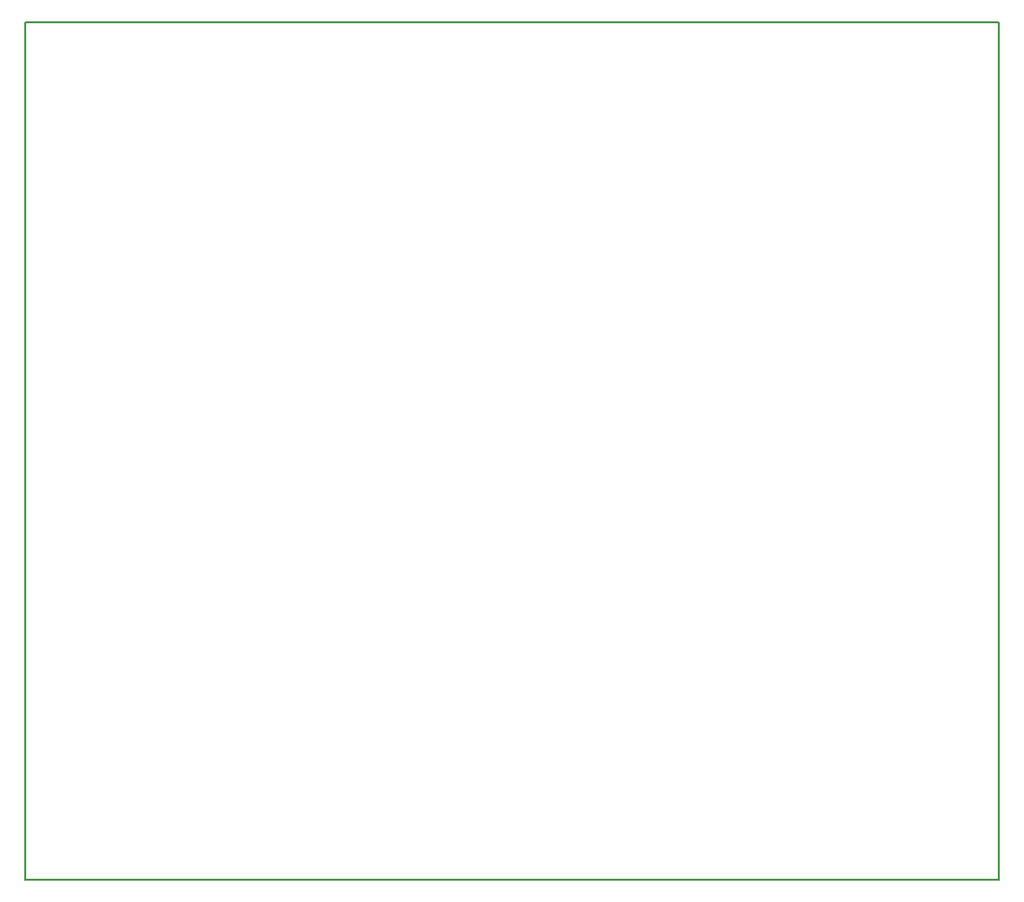
<source format=gbr>
G04 PROTEUS RS274X GERBER FILE*
%FSLAX45Y45*%
%MOMM*%
G01*
%ADD21C,0.203200*%
D21*
X+110000Y+75900D02*
X+8610000Y+75900D01*
X+8610000Y+7565900D01*
X+110000Y+7565900D01*
X+110000Y+75900D01*
M02*

</source>
